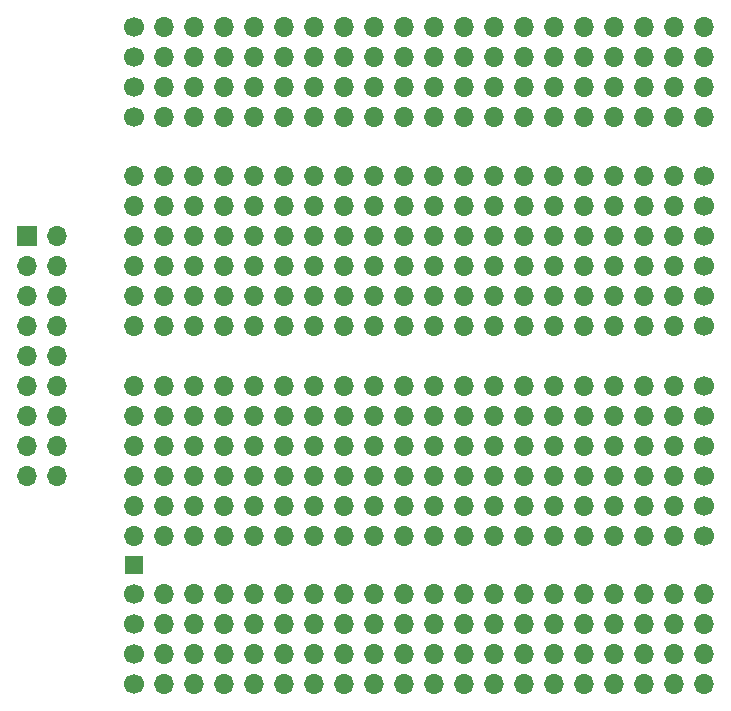
<source format=gbs>
G04 #@! TF.GenerationSoftware,KiCad,Pcbnew,8.0.8*
G04 #@! TF.CreationDate,2025-02-19T14:03:04-05:00*
G04 #@! TF.ProjectId,plot_gerbers,706c6f74-5f67-4657-9262-6572732e6b69,rev?*
G04 #@! TF.SameCoordinates,Original*
G04 #@! TF.FileFunction,Soldermask,Bot*
G04 #@! TF.FilePolarity,Negative*
%FSLAX46Y46*%
G04 Gerber Fmt 4.6, Leading zero omitted, Abs format (unit mm)*
G04 Created by KiCad (PCBNEW 8.0.8) date 2025-02-19 14:03:04*
%MOMM*%
%LPD*%
G01*
G04 APERTURE LIST*
%ADD10C,1.700000*%
%ADD11O,1.700000X1.700000*%
%ADD12R,1.500000X1.500000*%
%ADD13R,1.700000X1.700000*%
G04 APERTURE END LIST*
D10*
X175620000Y-88790000D03*
X175620000Y-91330000D03*
X175620000Y-93870000D03*
X175620000Y-96410000D03*
X175620000Y-98950000D03*
X175620000Y-101490000D03*
D11*
X173080000Y-88790000D03*
X173080000Y-91330000D03*
X173080000Y-93870000D03*
X173080000Y-96410000D03*
X173080000Y-98950000D03*
X173080000Y-101490000D03*
X170540000Y-88790000D03*
X170540000Y-91330000D03*
X170540000Y-93870000D03*
X170540000Y-96410000D03*
X170540000Y-98950000D03*
X170540000Y-101490000D03*
X168000000Y-88790000D03*
X168000000Y-91330000D03*
X168000000Y-93870000D03*
X168000000Y-96410000D03*
X168000000Y-98950000D03*
X168000000Y-101490000D03*
X165460000Y-88790000D03*
X165460000Y-91330000D03*
X165460000Y-93870000D03*
X165460000Y-96410000D03*
X165460000Y-98950000D03*
X165460000Y-101490000D03*
X162920000Y-88790000D03*
X162920000Y-91330000D03*
X162920000Y-93870000D03*
X162920000Y-96410000D03*
X162920000Y-98950000D03*
X162920000Y-101490000D03*
X160380000Y-88790000D03*
X160380000Y-91330000D03*
X160380000Y-93870000D03*
X160380000Y-96410000D03*
X160380000Y-98950000D03*
X160380000Y-101490000D03*
X157840000Y-88790000D03*
X157840000Y-91330000D03*
X157840000Y-93870000D03*
X157840000Y-96410000D03*
X157840000Y-98950000D03*
X157840000Y-101490000D03*
X155300000Y-88790000D03*
X155300000Y-91330000D03*
X155300000Y-93870000D03*
X155300000Y-96410000D03*
X155300000Y-98950000D03*
X155300000Y-101490000D03*
X152760000Y-88790000D03*
X152760000Y-91330000D03*
X152760000Y-93870000D03*
X152760000Y-96410000D03*
X152760000Y-98950000D03*
X152760000Y-101490000D03*
X150220000Y-88790000D03*
X150220000Y-91330000D03*
X150220000Y-93870000D03*
X150220000Y-96410000D03*
X150220000Y-98950000D03*
X150220000Y-101490000D03*
X147680000Y-88790000D03*
X147680000Y-91330000D03*
X147680000Y-93870000D03*
X147680000Y-96410000D03*
X147680000Y-98950000D03*
X147680000Y-101490000D03*
X145140000Y-88790000D03*
X145140000Y-91330000D03*
X145140000Y-93870000D03*
X145140000Y-96410000D03*
X145140000Y-98950000D03*
X145140000Y-101490000D03*
X142600000Y-88790000D03*
X142600000Y-91330000D03*
X142600000Y-93870000D03*
X142600000Y-96410000D03*
X142600000Y-98950000D03*
X142600000Y-101490000D03*
X140060000Y-88790000D03*
X140060000Y-91330000D03*
X140060000Y-93870000D03*
X140060000Y-96410000D03*
X140060000Y-98950000D03*
X140060000Y-101490000D03*
X137520000Y-88790000D03*
X137520000Y-91330000D03*
X137520000Y-93870000D03*
X137520000Y-96410000D03*
X137520000Y-98950000D03*
X137520000Y-101490000D03*
X134980000Y-88790000D03*
X134980000Y-91330000D03*
X134980000Y-93870000D03*
X134980000Y-96410000D03*
X134980000Y-98950000D03*
X134980000Y-101490000D03*
X132440000Y-88790000D03*
X132440000Y-91330000D03*
X132440000Y-93870000D03*
X132440000Y-96410000D03*
X132440000Y-98950000D03*
X132440000Y-101490000D03*
X129900000Y-88790000D03*
X129900000Y-91330000D03*
X129900000Y-93870000D03*
X129900000Y-96410000D03*
X129900000Y-98950000D03*
X129900000Y-101490000D03*
X127360000Y-88790000D03*
X127360000Y-91330000D03*
X127360000Y-93870000D03*
X127360000Y-96410000D03*
X127360000Y-98950000D03*
X127360000Y-101490000D03*
D10*
X175620000Y-106570000D03*
X175620000Y-109110000D03*
X175620000Y-111650000D03*
X175620000Y-114190000D03*
X175620000Y-116730000D03*
X175620000Y-119270000D03*
D11*
X173080000Y-106570000D03*
X173080000Y-109110000D03*
X173080000Y-111650000D03*
X173080000Y-114190000D03*
X173080000Y-116730000D03*
X173080000Y-119270000D03*
X170540000Y-106570000D03*
X170540000Y-109110000D03*
X170540000Y-111650000D03*
X170540000Y-114190000D03*
X170540000Y-116730000D03*
X170540000Y-119270000D03*
X168000000Y-106570000D03*
X168000000Y-109110000D03*
X168000000Y-111650000D03*
X168000000Y-114190000D03*
X168000000Y-116730000D03*
X168000000Y-119270000D03*
X165460000Y-106570000D03*
X165460000Y-109110000D03*
X165460000Y-111650000D03*
X165460000Y-114190000D03*
X165460000Y-116730000D03*
X165460000Y-119270000D03*
X162920000Y-106570000D03*
X162920000Y-109110000D03*
X162920000Y-111650000D03*
X162920000Y-114190000D03*
X162920000Y-116730000D03*
X162920000Y-119270000D03*
X160380000Y-106570000D03*
X160380000Y-109110000D03*
X160380000Y-111650000D03*
X160380000Y-114190000D03*
X160380000Y-116730000D03*
X160380000Y-119270000D03*
X157840000Y-106570000D03*
X157840000Y-109110000D03*
X157840000Y-111650000D03*
X157840000Y-114190000D03*
X157840000Y-116730000D03*
X157840000Y-119270000D03*
X155300000Y-106570000D03*
X155300000Y-109110000D03*
X155300000Y-111650000D03*
X155300000Y-114190000D03*
X155300000Y-116730000D03*
X155300000Y-119270000D03*
X152760000Y-106570000D03*
X152760000Y-109110000D03*
X152760000Y-111650000D03*
X152760000Y-114190000D03*
X152760000Y-116730000D03*
X152760000Y-119270000D03*
X150220000Y-106570000D03*
X150220000Y-109110000D03*
X150220000Y-111650000D03*
X150220000Y-114190000D03*
X150220000Y-116730000D03*
X150220000Y-119270000D03*
X147680000Y-106570000D03*
X147680000Y-109110000D03*
X147680000Y-111650000D03*
X147680000Y-114190000D03*
X147680000Y-116730000D03*
X147680000Y-119270000D03*
X145140000Y-106570000D03*
X145140000Y-109110000D03*
X145140000Y-111650000D03*
X145140000Y-114190000D03*
X145140000Y-116730000D03*
X145140000Y-119270000D03*
X142600000Y-106570000D03*
X142600000Y-109110000D03*
X142600000Y-111650000D03*
X142600000Y-114190000D03*
X142600000Y-116730000D03*
X142600000Y-119270000D03*
X140060000Y-106570000D03*
X140060000Y-109110000D03*
X140060000Y-111650000D03*
X140060000Y-114190000D03*
X140060000Y-116730000D03*
X140060000Y-119270000D03*
X137520000Y-106570000D03*
X137520000Y-109110000D03*
X137520000Y-111650000D03*
X137520000Y-114190000D03*
X137520000Y-116730000D03*
X137520000Y-119270000D03*
X134980000Y-106570000D03*
X134980000Y-109110000D03*
X134980000Y-111650000D03*
X134980000Y-114190000D03*
X134980000Y-116730000D03*
X134980000Y-119270000D03*
X132440000Y-106570000D03*
X132440000Y-109110000D03*
X132440000Y-111650000D03*
X132440000Y-114190000D03*
X132440000Y-116730000D03*
X132440000Y-119270000D03*
X129900000Y-106570000D03*
X129900000Y-109110000D03*
X129900000Y-111650000D03*
X129900000Y-114190000D03*
X129900000Y-116730000D03*
X129900000Y-119270000D03*
X127360000Y-106570000D03*
X127360000Y-109110000D03*
X127360000Y-111650000D03*
X127360000Y-114190000D03*
X127360000Y-116730000D03*
X127360000Y-119270000D03*
D12*
X127410000Y-121790000D03*
D10*
X127360000Y-131840000D03*
X127360000Y-129300000D03*
X127360000Y-126760000D03*
X127360000Y-124220000D03*
D11*
X129900000Y-131840000D03*
X129900000Y-129300000D03*
X129900000Y-126760000D03*
X129900000Y-124220000D03*
X132440000Y-131840000D03*
X132440000Y-129300000D03*
X132440000Y-126760000D03*
X132440000Y-124220000D03*
X134980000Y-131840000D03*
X134980000Y-129300000D03*
X134980000Y-126760000D03*
X134980000Y-124220000D03*
X137520000Y-131840000D03*
X137520000Y-129300000D03*
X137520000Y-126760000D03*
X137520000Y-124220000D03*
X140060000Y-131840000D03*
X140060000Y-129300000D03*
X140060000Y-126760000D03*
X140060000Y-124220000D03*
X142600000Y-131840000D03*
X142600000Y-129300000D03*
X142600000Y-126760000D03*
X142600000Y-124220000D03*
X145140000Y-131840000D03*
X145140000Y-129300000D03*
X145140000Y-126760000D03*
X145140000Y-124220000D03*
X147680000Y-131840000D03*
X147680000Y-129300000D03*
X147680000Y-126760000D03*
X147680000Y-124220000D03*
X150220000Y-131840000D03*
X150220000Y-129300000D03*
X150220000Y-126760000D03*
X150220000Y-124220000D03*
X152760000Y-131840000D03*
X152760000Y-129300000D03*
X152760000Y-126760000D03*
X152760000Y-124220000D03*
X155300000Y-131840000D03*
X155300000Y-129300000D03*
X155300000Y-126760000D03*
X155300000Y-124220000D03*
X157840000Y-131840000D03*
X157840000Y-129300000D03*
X157840000Y-126760000D03*
X157840000Y-124220000D03*
X160380000Y-131840000D03*
X160380000Y-129300000D03*
X160380000Y-126760000D03*
X160380000Y-124220000D03*
X162920000Y-131840000D03*
X162920000Y-129300000D03*
X162920000Y-126760000D03*
X162920000Y-124220000D03*
X165460000Y-131840000D03*
X165460000Y-129300000D03*
X165460000Y-126760000D03*
X165460000Y-124220000D03*
X168000000Y-131840000D03*
X168000000Y-129300000D03*
X168000000Y-126760000D03*
X168000000Y-124220000D03*
X170540000Y-131840000D03*
X170540000Y-129300000D03*
X170540000Y-126760000D03*
X170540000Y-124220000D03*
X173080000Y-131840000D03*
X173080000Y-129300000D03*
X173080000Y-126760000D03*
X173080000Y-124220000D03*
X175620000Y-131840000D03*
X175620000Y-129300000D03*
X175620000Y-126760000D03*
X175620000Y-124220000D03*
D10*
X127360000Y-83840000D03*
X127360000Y-81300000D03*
X127360000Y-78760000D03*
X127360000Y-76220000D03*
D11*
X129900000Y-83840000D03*
X129900000Y-81300000D03*
X129900000Y-78760000D03*
X129900000Y-76220000D03*
X132440000Y-83840000D03*
X132440000Y-81300000D03*
X132440000Y-78760000D03*
X132440000Y-76220000D03*
X134980000Y-83840000D03*
X134980000Y-81300000D03*
X134980000Y-78760000D03*
X134980000Y-76220000D03*
X137520000Y-83840000D03*
X137520000Y-81300000D03*
X137520000Y-78760000D03*
X137520000Y-76220000D03*
X140060000Y-83840000D03*
X140060000Y-81300000D03*
X140060000Y-78760000D03*
X140060000Y-76220000D03*
X142600000Y-83840000D03*
X142600000Y-81300000D03*
X142600000Y-78760000D03*
X142600000Y-76220000D03*
X145140000Y-83840000D03*
X145140000Y-81300000D03*
X145140000Y-78760000D03*
X145140000Y-76220000D03*
X147680000Y-83840000D03*
X147680000Y-81300000D03*
X147680000Y-78760000D03*
X147680000Y-76220000D03*
X150220000Y-83840000D03*
X150220000Y-81300000D03*
X150220000Y-78760000D03*
X150220000Y-76220000D03*
X152760000Y-83840000D03*
X152760000Y-81300000D03*
X152760000Y-78760000D03*
X152760000Y-76220000D03*
X155300000Y-83840000D03*
X155300000Y-81300000D03*
X155300000Y-78760000D03*
X155300000Y-76220000D03*
X157840000Y-83840000D03*
X157840000Y-81300000D03*
X157840000Y-78760000D03*
X157840000Y-76220000D03*
X160380000Y-83840000D03*
X160380000Y-81300000D03*
X160380000Y-78760000D03*
X160380000Y-76220000D03*
X162920000Y-83840000D03*
X162920000Y-81300000D03*
X162920000Y-78760000D03*
X162920000Y-76220000D03*
X165460000Y-83840000D03*
X165460000Y-81300000D03*
X165460000Y-78760000D03*
X165460000Y-76220000D03*
X168000000Y-83840000D03*
X168000000Y-81300000D03*
X168000000Y-78760000D03*
X168000000Y-76220000D03*
X170540000Y-83840000D03*
X170540000Y-81300000D03*
X170540000Y-78760000D03*
X170540000Y-76220000D03*
X173080000Y-83840000D03*
X173080000Y-81300000D03*
X173080000Y-78760000D03*
X173080000Y-76220000D03*
X175620000Y-83840000D03*
X175620000Y-81300000D03*
X175620000Y-78760000D03*
X175620000Y-76220000D03*
D13*
X118370000Y-93880000D03*
D11*
X120910000Y-93880000D03*
X118370000Y-96420000D03*
X120910000Y-96420000D03*
X118370000Y-98960000D03*
X120910000Y-98960000D03*
X118370000Y-101500000D03*
X120910000Y-101500000D03*
X118370000Y-104040000D03*
X120910000Y-104040000D03*
X118370000Y-106580000D03*
X120910000Y-106580000D03*
X118370000Y-109120000D03*
X120910000Y-109120000D03*
X118370000Y-111660000D03*
X120910000Y-111660000D03*
X118370000Y-114200000D03*
X120910000Y-114200000D03*
M02*

</source>
